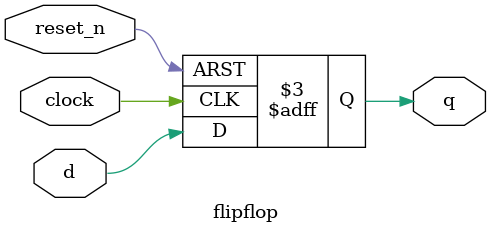
<source format=v>
module morse_wrapper(SW, KEY, LED, CLOCK_50);
	output [9:0] LED;
	input [9:0] SW;
	input [3:0] KEY;
	input CLOCK_50;
	
	morse main_morse(
		.out(LED[0]),
		.select(SW[2:0]),
		.load_n(KEY[1]),
		.clock(CLOCK_50),
		.reset_n(KEY[0])
	);

endmodule


module morse(out, select, load_n, clock, reset_n);
	output out;
	input [2:0] select;
	input load_n;
	input clock;
	input reset_n;
	
	wire [26:0] rate_divider_out;
	
	rate_divider_2hz rate_divider(
		.enable(1),
		.clock(clock),
		.reset_n(reset_n),
		.Q(rate_divider_out)
	);
	
	wire shift_enable;
	assign shift_enable = (rate_divider_out == 0) ? 1 : 0;
	
	wire [15:0] mux_out;
	
	mux7to1 mux(
		.Out(mux_out),
		.MuxSelect(select)
	);
	
	shift_register shifter(
		.out(out),
		.load_val(mux_out),
		.shift_left(shift_enable),
		.load_n(load_n),
		.clock(clock),
		.reset_n(reset_n)
	);

endmodule


module rate_divider_2hz(enable, clock, reset_n, Q);
	output Q;
	input enable;
	input clock;
	input reset_n;
	
	reg [26:0] Q;
	
	always @(posedge clock, negedge reset_n)
	begin
		if (reset_n == 1'b0)
			//Q <= 27'b101111101011110000011111111; // 99 999 999
			Q <= 27'b000000000000000000000000011;
		else if (enable == 1'b1)
			begin
				if (Q == 0)
					//Q <= 27'b101111101011110000011111111; // 99 999 999
					Q <= 27'b000000000000000000000000011;
				else
					Q <= Q - 1'b1;
			end
	end

endmodule


module mux7to1(Out, MuxSelect);
	output [15:0] Out;
	input [2:0] MuxSelect;
	
	assign Out = (MuxSelect == 0)? 16'b1010100000000000 :
		(MuxSelect == 1)? 16'b1110000000000000 :
		(MuxSelect == 2)? 16'b1010111000000000 :
		(MuxSelect == 3)? 16'b1010101110000000 :
		(MuxSelect == 4)? 16'b1011101110000000 :
		(MuxSelect == 5)? 16'b1110101011100000 :
		(MuxSelect == 6)? 16'b1110101110111000 :
		(MuxSelect == 7)? 16'b1110111010100000 :
		16'b0000000000000000;

endmodule


module shift_register(out, load_val, shift_left, load_n, clock, reset_n);
	output out;
	input [15:0] load_val;
	input shift_left;
	input load_n;
	input clock;
	input reset_n;
	
	wire SB_0_out;
	wire SB_1_out;
	wire SB_2_out;
	wire SB_3_out;
	wire SB_4_out;
	wire SB_5_out;
	wire SB_6_out;
	wire SB_7_out;
	wire SB_8_out;
	wire SB_9_out;
	wire SB_10_out;
	wire SB_11_out;
	wire SB_12_out;
	wire SB_13_out;
	wire SB_14_out;	
	
	shifter_bit shifter_bit_0(
		.out(SB_0_out),
		.load_val(load_val[0]),
		.in(0),
		.shift(shift_left),
		.load_n(load_n),
		.clk(clock),
		.reset_n(reset_n)
	);
	
	shifter_bit shifter_bit_1(
		.out(SB_1_out),
		.load_val(load_val[1]),
		.in(SB_0_out),
		.shift(shift_left),
		.load_n(load_n),
		.clk(clock),
		.reset_n(reset_n)
	);
	
	shifter_bit shifter_bit_2(
		.out(SB_2_out),
		.load_val(load_val[2]),
		.in(SB_1_out),
		.shift(shift_left),
		.load_n(load_n),
		.clk(clock),
		.reset_n(reset_n)
	);
	
	shifter_bit shifter_bit_3(
		.out(SB_3_out),
		.load_val(load_val[3]),
		.in(SB_2_out),
		.shift(shift_left),
		.load_n(load_n),
		.clk(clock),
		.reset_n(reset_n)
	);
	
	shifter_bit shifter_bit_4(
		.out(SB_4_out),
		.load_val(load_val[4]),
		.in(SB_3_out),
		.shift(shift_left),
		.load_n(load_n),
		.clk(clock),
		.reset_n(reset_n)
	);
	
	shifter_bit shifter_bit_5(
		.out(SB_5_out),
		.load_val(load_val[5]),
		.in(SB_4_out),
		.shift(shift_left),
		.load_n(load_n),
		.clk(clock),
		.reset_n(reset_n)
	);
	
	shifter_bit shifter_bit_6(
		.out(SB_6_out),
		.load_val(load_val[6]),
		.in(SB_5_out),
		.shift(shift_left),
		.load_n(load_n),
		.clk(clock),
		.reset_n(reset_n)
	);
	
	shifter_bit shifter_bit_7(
		.out(SB_7_out),
		.load_val(load_val[7]),
		.in(SB_6_out),
		.shift(shift_left),
		.load_n(load_n),
		.clk(clock),
		.reset_n(reset_n)
	);
	
	shifter_bit shifter_bit_8(
		.out(SB_8_out),
		.load_val(load_val[8]),
		.in(SB_7_out),
		.shift(shift_left),
		.load_n(load_n),
		.clk(clock),
		.reset_n(reset_n)
	);
	
	shifter_bit shifter_bit_9(
		.out(SB_9_out),
		.load_val(load_val[9]),
		.in(SB_8_out),
		.shift(shift_left),
		.load_n(load_n),
		.clk(clock),
		.reset_n(reset_n)
	);
	
	shifter_bit shifter_bit_10(
		.out(SB_10_out),
		.load_val(load_val[10]),
		.in(SB_9_out),
		.shift(shift_left),
		.load_n(load_n),
		.clk(clock),
		.reset_n(reset_n)
	);
	
	shifter_bit shifter_bit_11(
		.out(SB_11_out),
		.load_val(load_val[11]),
		.in(SB_10_out),
		.shift(shift_left),
		.load_n(load_n),
		.clk(clock),
		.reset_n(reset_n)
	);
	
	shifter_bit shifter_bit_12(
		.out(SB_12_out),
		.load_val(load_val[12]),
		.in(SB_11_out),
		.shift(shift_left),
		.load_n(load_n),
		.clk(clock),
		.reset_n(reset_n)
	);
	
	shifter_bit shifter_bit_13(
		.out(SB_13_out),
		.load_val(load_val[13]),
		.in(SB_12_out),
		.shift(shift_left),
		.load_n(load_n),
		.clk(clock),
		.reset_n(reset_n)
	);
	
	shifter_bit shifter_bit_14(
		.out(SB_14_out),
		.load_val(load_val[14]),
		.in(SB_13_out),
		.shift(shift_left),
		.load_n(load_n),
		.clk(clock),
		.reset_n(reset_n)
	);
	
	shifter_bit shifter_bit_15(
		.out(out),
		.load_val(load_val[15]),
		.in(SB_14_out),
		.shift(shift_left),
		.load_n(load_n),
		.clk(clock),
		.reset_n(reset_n)
	);
	
endmodule


module shifter_bit(out, load_val, in, shift, load_n, clk, reset_n);
	output out;
	input load_val;
	input in;
	input shift;
	input load_n;
	input clk;
	input reset_n;
	
	wire M1_out;

	mux2to1 M1(
		.x(out),
		.y(in),
		.s(shift),
		.m(M1_out)
	);

	wire M2_out;

	mux2to1 M2(
		.x(load_val),
		.y(M1_out),
		.s(load_n),
		.m(M2_out)
	);

	flipflop F0(
		.d(M2_out),
		.q(out),
		.clock(clk),
		.reset_n(reset_n)
	);

endmodule


module mux2to1(x, y, s, m);
    output m;
    input x;
    input y;
    input s;

    assign m = s & y | ~s & x;

endmodule


module flipflop(d, q, clock, reset_n);
	output q;
	input d;
	input clock;
	input reset_n;
	
    reg q;

	always @(posedge clock, negedge reset_n)
	
	begin
		if (reset_n == 1'b0)
			q <= 0;
		else
			q <= d;
	end

endmodule

</source>
